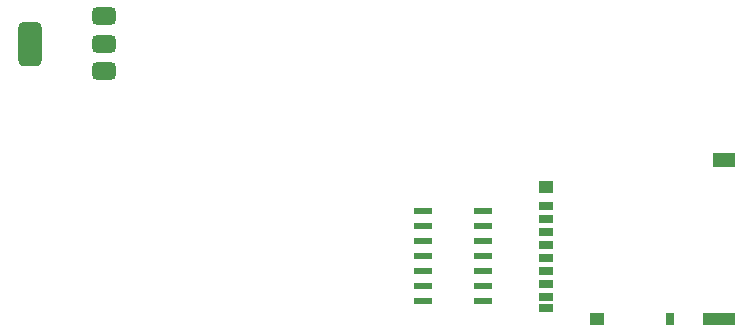
<source format=gbr>
%TF.GenerationSoftware,KiCad,Pcbnew,8.0.2*%
%TF.CreationDate,2024-12-07T14:58:36+07:00*%
%TF.ProjectId,bit-v5.1.1,6269742d-7635-42e3-912e-312e6b696361,rev?*%
%TF.SameCoordinates,Original*%
%TF.FileFunction,Paste,Top*%
%TF.FilePolarity,Positive*%
%FSLAX46Y46*%
G04 Gerber Fmt 4.6, Leading zero omitted, Abs format (unit mm)*
G04 Created by KiCad (PCBNEW 8.0.2) date 2024-12-07 14:58:36*
%MOMM*%
%LPD*%
G01*
G04 APERTURE LIST*
G04 Aperture macros list*
%AMRoundRect*
0 Rectangle with rounded corners*
0 $1 Rounding radius*
0 $2 $3 $4 $5 $6 $7 $8 $9 X,Y pos of 4 corners*
0 Add a 4 corners polygon primitive as box body*
4,1,4,$2,$3,$4,$5,$6,$7,$8,$9,$2,$3,0*
0 Add four circle primitives for the rounded corners*
1,1,$1+$1,$2,$3*
1,1,$1+$1,$4,$5*
1,1,$1+$1,$6,$7*
1,1,$1+$1,$8,$9*
0 Add four rect primitives between the rounded corners*
20,1,$1+$1,$2,$3,$4,$5,0*
20,1,$1+$1,$4,$5,$6,$7,0*
20,1,$1+$1,$6,$7,$8,$9,0*
20,1,$1+$1,$8,$9,$2,$3,0*%
G04 Aperture macros list end*
%ADD10R,1.600200X0.558800*%
%ADD11RoundRect,0.375000X0.625000X0.375000X-0.625000X0.375000X-0.625000X-0.375000X0.625000X-0.375000X0*%
%ADD12RoundRect,0.500000X0.500000X1.400000X-0.500000X1.400000X-0.500000X-1.400000X0.500000X-1.400000X0*%
%ADD13R,1.200000X0.700000*%
%ADD14R,0.800000X1.000000*%
%ADD15R,1.200000X1.000000*%
%ADD16R,2.800000X1.000000*%
%ADD17R,1.900000X1.300000*%
G04 APERTURE END LIST*
D10*
%TO.C,U4*%
X176726315Y-126279685D03*
X176726315Y-127549685D03*
X176726315Y-128819685D03*
X176726315Y-130089685D03*
X176726315Y-131359685D03*
X176726315Y-132629685D03*
X176726315Y-133899685D03*
X181806315Y-133899685D03*
X181806315Y-132629685D03*
X181806315Y-131359685D03*
X181806315Y-130089685D03*
X181806315Y-128819685D03*
X181806315Y-127549685D03*
X181806315Y-126279685D03*
%TD*%
D11*
%TO.C,U2*%
X149740000Y-114390000D03*
X149740000Y-112090000D03*
D12*
X143440000Y-112090000D03*
D11*
X149740000Y-109790000D03*
%TD*%
D13*
%TO.C,J12*%
X187155000Y-125820000D03*
X187155000Y-126920000D03*
X187155000Y-128020000D03*
X187155000Y-129120000D03*
X187155000Y-130220000D03*
X187155000Y-131320000D03*
X187155000Y-132420000D03*
X187155000Y-133520000D03*
D14*
X197655000Y-135420000D03*
D13*
X187155000Y-134470000D03*
D15*
X191455000Y-135420000D03*
X187155000Y-124270000D03*
D16*
X201805000Y-135420000D03*
D17*
X202255000Y-121920000D03*
%TD*%
M02*

</source>
